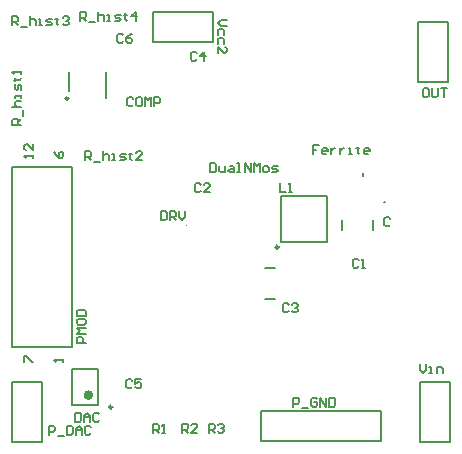
<source format=gto>
G04 Layer_Color=65535*
%FSLAX44Y44*%
%MOMM*%
G71*
G01*
G75*
%ADD39C,0.2500*%
%ADD40C,0.4000*%
%ADD41C,0.1000*%
%ADD42C,0.2000*%
%ADD43C,0.1270*%
%ADD44C,0.2032*%
D39*
X54870Y295959D02*
G03*
X54870Y295959I-1250J0D01*
G01*
X232880Y169903D02*
G03*
X232880Y169903I-1250J0D01*
G01*
X92084Y34439D02*
G03*
X92084Y34439I-1250J0D01*
G01*
D40*
X73834Y44689D02*
G03*
X73834Y44689I-2000J0D01*
G01*
D41*
X154932Y188087D02*
G03*
X154932Y188087I-500J0D01*
G01*
D42*
X304214Y229894D02*
Y232894D01*
X321953Y208170D02*
X322953D01*
X234968Y173881D02*
Y212961D01*
X274048D01*
Y173881D02*
Y212961D01*
X234968Y173881D02*
X274048D01*
X352552Y5207D02*
Y56007D01*
Y5207D02*
X377952D01*
Y56007D01*
X352552D02*
X377952D01*
X55120Y301959D02*
Y317959D01*
X87120Y295959D02*
Y317959D01*
X319278Y5969D02*
Y31369D01*
X217678Y5969D02*
X319278D01*
X217678Y31369D02*
X319278D01*
X217678Y5969D02*
Y31369D01*
X7366Y4953D02*
Y55753D01*
Y4953D02*
X32766D01*
Y55753D01*
X7366D02*
X32766D01*
X126492Y343281D02*
X177292D01*
Y368681D01*
X126492D02*
X177292D01*
X126492Y343281D02*
Y368681D01*
X7366Y237871D02*
X58166D01*
Y85471D02*
Y237871D01*
X7366Y85471D02*
X58166D01*
X7366D02*
Y237871D01*
X57834Y66689D02*
X79834D01*
X57834Y36689D02*
X79834D01*
X57834D02*
Y66689D01*
X79834Y36689D02*
Y66689D01*
X350774Y309499D02*
Y360299D01*
Y309499D02*
X376174D01*
Y360299D01*
X350774D02*
X376174D01*
X221552Y152065D02*
X229552D01*
X221552Y126065D02*
X229552D01*
X286974Y184595D02*
Y192595D01*
X312974Y184595D02*
Y192595D01*
D43*
X267079Y256029D02*
X262001D01*
Y252221D01*
X264540D01*
X262001D01*
Y248412D01*
X273427D02*
X270888D01*
X269618Y249682D01*
Y252221D01*
X270888Y253490D01*
X273427D01*
X274697Y252221D01*
Y250951D01*
X269618D01*
X277236Y253490D02*
Y248412D01*
Y250951D01*
X278506Y252221D01*
X279775Y253490D01*
X281045D01*
X284854D02*
Y248412D01*
Y250951D01*
X286123Y252221D01*
X287393Y253490D01*
X288662D01*
X292471Y248412D02*
X295010D01*
X293741D01*
Y253490D01*
X292471D01*
X300089Y254760D02*
Y253490D01*
X298819D01*
X301358D01*
X300089D01*
Y249682D01*
X301358Y248412D01*
X308976D02*
X306437D01*
X305167Y249682D01*
Y252221D01*
X306437Y253490D01*
X308976D01*
X310245Y252221D01*
Y250951D01*
X305167D01*
X327277Y193927D02*
X326008Y195196D01*
X323469D01*
X322199Y193927D01*
Y188849D01*
X323469Y187579D01*
X326008D01*
X327277Y188849D01*
X300988Y158748D02*
X299719Y160018D01*
X297180D01*
X295910Y158748D01*
Y153670D01*
X297180Y152400D01*
X299719D01*
X300988Y153670D01*
X303528Y152400D02*
X306067D01*
X304797D01*
Y160018D01*
X303528Y158748D01*
X167130Y222629D02*
X165861Y223899D01*
X163322D01*
X162052Y222629D01*
Y217551D01*
X163322Y216281D01*
X165861D01*
X167130Y217551D01*
X174748Y216281D02*
X169669D01*
X174748Y221359D01*
Y222629D01*
X173478Y223899D01*
X170939D01*
X169669Y222629D01*
X241679Y121029D02*
X240410Y122298D01*
X237871D01*
X236601Y121029D01*
Y115951D01*
X237871Y114681D01*
X240410D01*
X241679Y115951D01*
X244219Y121029D02*
X245488Y122298D01*
X248027D01*
X249297Y121029D01*
Y119759D01*
X248027Y118490D01*
X246758D01*
X248027D01*
X249297Y117220D01*
Y115951D01*
X248027Y114681D01*
X245488D01*
X244219Y115951D01*
X109726Y295527D02*
X108457Y296796D01*
X105918D01*
X104648Y295527D01*
Y290449D01*
X105918Y289179D01*
X108457D01*
X109726Y290449D01*
X116074Y296796D02*
X113535D01*
X112266Y295527D01*
Y290449D01*
X113535Y289179D01*
X116074D01*
X117344Y290449D01*
Y295527D01*
X116074Y296796D01*
X119883Y289179D02*
Y296796D01*
X122422Y294257D01*
X124961Y296796D01*
Y289179D01*
X127501D02*
Y296796D01*
X131309D01*
X132579Y295527D01*
Y292988D01*
X131309Y291718D01*
X127501D01*
X60960Y29843D02*
Y22225D01*
X64769D01*
X66038Y23495D01*
Y28573D01*
X64769Y29843D01*
X60960D01*
X68577Y22225D02*
Y27303D01*
X71117Y29843D01*
X73656Y27303D01*
Y22225D01*
Y26034D01*
X68577D01*
X81273Y28573D02*
X80004Y29843D01*
X77465D01*
X76195Y28573D01*
Y23495D01*
X77465Y22225D01*
X80004D01*
X81273Y23495D01*
X133096Y200530D02*
Y192913D01*
X136905D01*
X138174Y194183D01*
Y199261D01*
X136905Y200530D01*
X133096D01*
X140714Y192913D02*
Y200530D01*
X144522D01*
X145792Y199261D01*
Y196722D01*
X144522Y195452D01*
X140714D01*
X143253D02*
X145792Y192913D01*
X148331Y200530D02*
Y195452D01*
X150870Y192913D01*
X153409Y195452D01*
Y200530D01*
X175006Y241171D02*
Y233553D01*
X178815D01*
X180084Y234823D01*
Y239901D01*
X178815Y241171D01*
X175006D01*
X182624Y238631D02*
Y234823D01*
X183893Y233553D01*
X187702D01*
Y238631D01*
X191511D02*
X194050D01*
X195319Y237362D01*
Y233553D01*
X191511D01*
X190241Y234823D01*
X191511Y236092D01*
X195319D01*
X197859Y233553D02*
X200398D01*
X199128D01*
Y241171D01*
X197859D01*
X204207Y233553D02*
Y241171D01*
X209285Y233553D01*
Y241171D01*
X211824Y233553D02*
Y241171D01*
X214363Y238631D01*
X216902Y241171D01*
Y233553D01*
X220711D02*
X223250D01*
X224520Y234823D01*
Y237362D01*
X223250Y238631D01*
X220711D01*
X219442Y237362D01*
Y234823D01*
X220711Y233553D01*
X227059D02*
X230868D01*
X232138Y234823D01*
X230868Y236092D01*
X228329D01*
X227059Y237362D01*
X228329Y238631D01*
X232138D01*
X233807Y224534D02*
Y216916D01*
X238885D01*
X241425D02*
X243964D01*
X242694D01*
Y224534D01*
X241425Y223264D01*
X358647Y304417D02*
X356108D01*
X354838Y303147D01*
Y298069D01*
X356108Y296799D01*
X358647D01*
X359916Y298069D01*
Y303147D01*
X358647Y304417D01*
X362455D02*
Y298069D01*
X363725Y296799D01*
X366264D01*
X367534Y298069D01*
Y304417D01*
X370073D02*
X375151D01*
X372612D01*
Y296799D01*
X38354Y10922D02*
Y18540D01*
X42163D01*
X43432Y17270D01*
Y14731D01*
X42163Y13461D01*
X38354D01*
X45971Y9652D02*
X51050D01*
X53589Y18540D02*
Y10922D01*
X57398D01*
X58667Y12192D01*
Y17270D01*
X57398Y18540D01*
X53589D01*
X61207Y10922D02*
Y16000D01*
X63746Y18540D01*
X66285Y16000D01*
Y10922D01*
Y14731D01*
X61207D01*
X73903Y17270D02*
X72633Y18540D01*
X70094D01*
X68824Y17270D01*
Y12192D01*
X70094Y10922D01*
X72633D01*
X73903Y12192D01*
X245364Y34925D02*
Y42543D01*
X249173D01*
X250442Y41273D01*
Y38734D01*
X249173Y37464D01*
X245364D01*
X252981Y33655D02*
X258060D01*
X265677Y41273D02*
X264408Y42543D01*
X261869D01*
X260599Y41273D01*
Y36195D01*
X261869Y34925D01*
X264408D01*
X265677Y36195D01*
Y38734D01*
X263138D01*
X268217Y34925D02*
Y42543D01*
X273295Y34925D01*
Y42543D01*
X275834D02*
Y34925D01*
X279643D01*
X280912Y36195D01*
Y41273D01*
X279643Y42543D01*
X275834D01*
X69596Y89027D02*
X61979D01*
Y92836D01*
X63248Y94105D01*
X65787D01*
X67057Y92836D01*
Y89027D01*
X69596Y96644D02*
X61979D01*
X64518Y99184D01*
X61979Y101723D01*
X69596D01*
X61979Y108071D02*
Y105532D01*
X63248Y104262D01*
X68326D01*
X69596Y105532D01*
Y108071D01*
X68326Y109340D01*
X63248D01*
X61979Y108071D01*
Y111880D02*
X69596D01*
Y115688D01*
X68326Y116958D01*
X63248D01*
X61979Y115688D01*
Y111880D01*
X127000Y12573D02*
Y20190D01*
X130809D01*
X132078Y18921D01*
Y16382D01*
X130809Y15112D01*
X127000D01*
X129539D02*
X132078Y12573D01*
X134618D02*
X137157D01*
X135887D01*
Y20190D01*
X134618Y18921D01*
X151384Y12827D02*
Y20445D01*
X155193D01*
X156462Y19175D01*
Y16636D01*
X155193Y15366D01*
X151384D01*
X153923D02*
X156462Y12827D01*
X164080D02*
X159002D01*
X164080Y17905D01*
Y19175D01*
X162810Y20445D01*
X160271D01*
X159002Y19175D01*
X14859Y273558D02*
X7242D01*
Y277367D01*
X8511Y278636D01*
X11050D01*
X12320Y277367D01*
Y273558D01*
Y276097D02*
X14859Y278636D01*
X16129Y281175D02*
Y286254D01*
X7242Y288793D02*
X14859D01*
X11050D01*
X9781Y290063D01*
Y292602D01*
X11050Y293871D01*
X14859D01*
Y296411D02*
Y298950D01*
Y297680D01*
X9781D01*
Y296411D01*
X14859Y302759D02*
Y306567D01*
X13589Y307837D01*
X12320Y306567D01*
Y304028D01*
X11050Y302759D01*
X9781Y304028D01*
Y307837D01*
X8511Y311646D02*
X9781D01*
Y310376D01*
Y312915D01*
Y311646D01*
X13589D01*
X14859Y312915D01*
Y316724D02*
Y319263D01*
Y317994D01*
X7242D01*
X8511Y316724D01*
X69342Y243713D02*
Y251331D01*
X73151D01*
X74420Y250061D01*
Y247522D01*
X73151Y246252D01*
X69342D01*
X71881D02*
X74420Y243713D01*
X76960Y242443D02*
X82038D01*
X84577Y251331D02*
Y243713D01*
Y247522D01*
X85847Y248791D01*
X88386D01*
X89655Y247522D01*
Y243713D01*
X92195D02*
X94734D01*
X93464D01*
Y248791D01*
X92195D01*
X98543Y243713D02*
X102351D01*
X103621Y244983D01*
X102351Y246252D01*
X99812D01*
X98543Y247522D01*
X99812Y248791D01*
X103621D01*
X107430Y250061D02*
Y248791D01*
X106160D01*
X108699D01*
X107430D01*
Y244983D01*
X108699Y243713D01*
X117586D02*
X112508D01*
X117586Y248791D01*
Y250061D01*
X116317Y251331D01*
X113778D01*
X112508Y250061D01*
X7045Y357932D02*
Y365550D01*
X10854D01*
X12124Y364280D01*
Y361741D01*
X10854Y360471D01*
X7045D01*
X9585D02*
X12124Y357932D01*
X14663Y356662D02*
X19741D01*
X22280Y365550D02*
Y357932D01*
Y361741D01*
X23550Y363010D01*
X26089D01*
X27359Y361741D01*
Y357932D01*
X29898D02*
X32437D01*
X31168D01*
Y363010D01*
X29898D01*
X36246Y357932D02*
X40055D01*
X41324Y359202D01*
X40055Y360471D01*
X37515D01*
X36246Y361741D01*
X37515Y363010D01*
X41324D01*
X45133Y364280D02*
Y363010D01*
X43863D01*
X46403D01*
X45133D01*
Y359202D01*
X46403Y357932D01*
X50211Y364280D02*
X51481Y365550D01*
X54020D01*
X55290Y364280D01*
Y363010D01*
X54020Y361741D01*
X52751D01*
X54020D01*
X55290Y360471D01*
Y359202D01*
X54020Y357932D01*
X51481D01*
X50211Y359202D01*
X65151Y361569D02*
Y369187D01*
X68960D01*
X70229Y367917D01*
Y365378D01*
X68960Y364108D01*
X65151D01*
X67690D02*
X70229Y361569D01*
X72769Y360299D02*
X77847D01*
X80386Y369187D02*
Y361569D01*
Y365378D01*
X81656Y366647D01*
X84195D01*
X85464Y365378D01*
Y361569D01*
X88004D02*
X90543D01*
X89273D01*
Y366647D01*
X88004D01*
X94352Y361569D02*
X98160D01*
X99430Y362839D01*
X98160Y364108D01*
X95621D01*
X94352Y365378D01*
X95621Y366647D01*
X99430D01*
X103239Y367917D02*
Y366647D01*
X101969D01*
X104508D01*
X103239D01*
Y362839D01*
X104508Y361569D01*
X112126D02*
Y369187D01*
X108317Y365378D01*
X113395D01*
X189100Y362585D02*
X184022D01*
X181483Y360046D01*
X184022Y357507D01*
X189100D01*
X186561Y349889D02*
Y353698D01*
X185292Y354967D01*
X182753D01*
X181483Y353698D01*
Y349889D01*
X186561Y342272D02*
Y346080D01*
X185292Y347350D01*
X182753D01*
X181483Y346080D01*
Y342272D01*
Y334654D02*
Y339732D01*
X186561Y334654D01*
X187831D01*
X189100Y335924D01*
Y338463D01*
X187831Y339732D01*
X352806Y70991D02*
Y65912D01*
X355345Y63373D01*
X357884Y65912D01*
Y70991D01*
X360424Y63373D02*
X362963D01*
X361693D01*
Y68451D01*
X360424D01*
X366772Y63373D02*
Y68451D01*
X370580D01*
X371850Y67182D01*
Y63373D01*
X173990Y12827D02*
Y20445D01*
X177799D01*
X179068Y19175D01*
Y16636D01*
X177799Y15366D01*
X173990D01*
X176529D02*
X179068Y12827D01*
X181607Y19175D02*
X182877Y20445D01*
X185416D01*
X186686Y19175D01*
Y17905D01*
X185416Y16636D01*
X184147D01*
X185416D01*
X186686Y15366D01*
Y14097D01*
X185416Y12827D01*
X182877D01*
X181607Y14097D01*
X163574Y334262D02*
X162305Y335532D01*
X159766D01*
X158496Y334262D01*
Y329184D01*
X159766Y327914D01*
X162305D01*
X163574Y329184D01*
X169922Y327914D02*
Y335532D01*
X166113Y331723D01*
X171192D01*
X108964Y56767D02*
X107695Y58036D01*
X105156D01*
X103886Y56767D01*
Y51689D01*
X105156Y50419D01*
X107695D01*
X108964Y51689D01*
X116582Y58036D02*
X111503D01*
Y54228D01*
X114043Y55497D01*
X115312D01*
X116582Y54228D01*
Y51689D01*
X115312Y50419D01*
X112773D01*
X111503Y51689D01*
X101471Y349248D02*
X100202Y350518D01*
X97663D01*
X96393Y349248D01*
Y344170D01*
X97663Y342900D01*
X100202D01*
X101471Y344170D01*
X109089Y350518D02*
X106550Y349248D01*
X104010Y346709D01*
Y344170D01*
X105280Y342900D01*
X107819D01*
X109089Y344170D01*
Y345439D01*
X107819Y346709D01*
X104010D01*
D44*
X25146Y245491D02*
Y248030D01*
Y246761D01*
X17529D01*
X18798Y245491D01*
X25146Y256917D02*
Y251839D01*
X20068Y256917D01*
X18798D01*
X17529Y255648D01*
Y253109D01*
X18798Y251839D01*
X42929Y250569D02*
X44198Y248030D01*
X46737Y245491D01*
X49276D01*
X50546Y246761D01*
Y249300D01*
X49276Y250569D01*
X48007D01*
X46737Y249300D01*
Y245491D01*
X50546Y72771D02*
Y75310D01*
Y74041D01*
X42929D01*
X44198Y72771D01*
X17529D02*
Y77849D01*
X18798D01*
X23876Y72771D01*
X25146D01*
M02*

</source>
